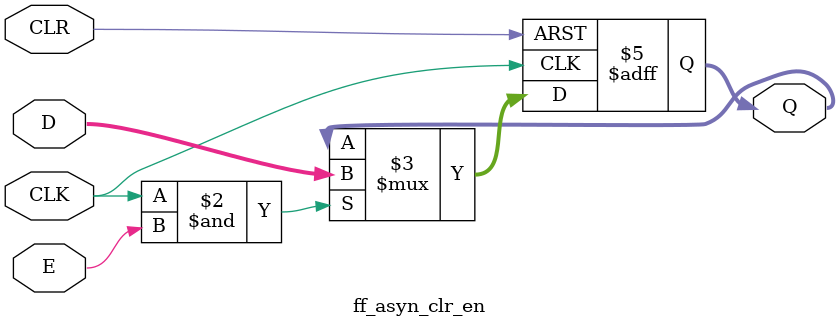
<source format=sv>
/*
	FF ASYN CLR
	
	This module implements a simple D Flip Flop with an asynchronous reset/clear, and an enable.
	Output will only change on rising edge of the clock and when an enable signle is HIGH.
	
	Parameters 
	S	-	The number of bits in each word of data 
*/

module ff_asyn_clr_en
# (parameter S = 12)
(
	input 	logic	 				CLK,						// Input clock 
	input 	logic 				CLR,						// Reset/Clear input 
	input 	logic					E,							// Enable input
	input 	logic[(S-1):0] 	D,							// Data in
	output 	logic[(S-1):0] 	Q							// Data out
);
		always @(posedge CLK, posedge CLR) begin
			if (CLR) begin
				Q <= 1'b0;
			end
			else if (CLK & E) begin								// Only register data on rising edge of clock and when enable is high
				Q <= D;
			end
		end
endmodule

</source>
